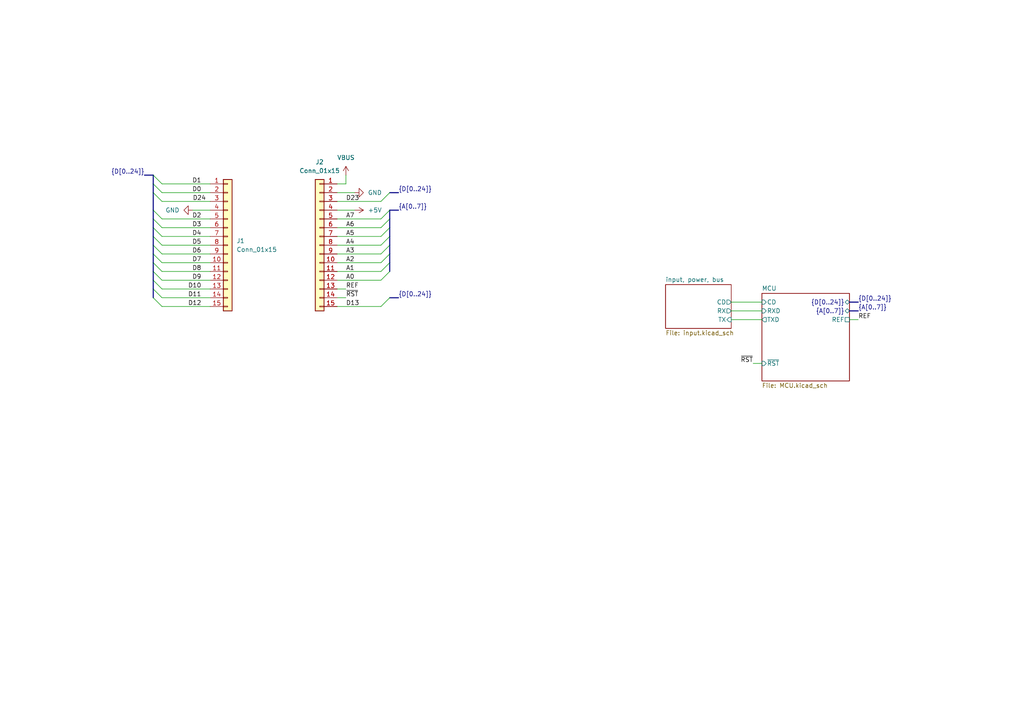
<source format=kicad_sch>
(kicad_sch (version 20230121) (generator eeschema)
  (paper "A4")
  (lib_symbols
    (symbol "Connector_Generic:Conn_01x15" (pin_names (offset 1.016) hide)
      (property "Reference" "J" (at 0 20.32 0))
      (property "Value" "Conn_01x15" (at 0 -20.32 0))
      (symbol "Conn_01x15_1_1"
        (rectangle (start -1.27 -17.653) (end 0 -17.907) (stroke (width 0.1524)))
        (rectangle (start -1.27 -15.113) (end 0 -15.367) (stroke (width 0.1524)))
        (rectangle (start -1.27 -12.573) (end 0 -12.827) (stroke (width 0.1524)))
        (rectangle (start -1.27 -10.033) (end 0 -10.287) (stroke (width 0.1524)))
        (rectangle (start -1.27 -7.493) (end 0 -7.747) (stroke (width 0.1524)))
        (rectangle (start -1.27 -4.953) (end 0 -5.207) (stroke (width 0.1524)))
        (rectangle (start -1.27 -2.413) (end 0 -2.667) (stroke (width 0.1524)))
        (rectangle (start -1.27 0.127) (end 0 -0.127) (stroke (width 0.1524)))
        (rectangle (start -1.27 2.667) (end 0 2.413) (stroke (width 0.1524)))
        (rectangle (start -1.27 5.207) (end 0 4.953) (stroke (width 0.1524)))
        (rectangle (start -1.27 7.747) (end 0 7.493) (stroke (width 0.1524)))
        (rectangle (start -1.27 10.287) (end 0 10.033) (stroke (width 0.1524)))
        (rectangle (start -1.27 12.827) (end 0 12.573) (stroke (width 0.1524)))
        (rectangle (start -1.27 15.367) (end 0 15.113) (stroke (width 0.1524)))
        (rectangle (start -1.27 17.907) (end 0 17.653) (stroke (width 0.1524)))
        (rectangle (start -1.27 19.05) (end 1.27 -19.05) (stroke (width 0.254)) (fill (type background)))
        (pin passive line (at -5.08 17.78 0) (length 3.81) (name "Pin_1") (number "1"))
        (pin passive line (at -5.08 -5.08 0) (length 3.81) (name "Pin_10") (number "10"))
        (pin passive line (at -5.08 -7.62 0) (length 3.81) (name "Pin_11") (number "11"))
        (pin passive line (at -5.08 -10.16 0) (length 3.81) (name "Pin_12") (number "12"))
        (pin passive line (at -5.08 -12.7 0) (length 3.81) (name "Pin_13") (number "13"))
        (pin passive line (at -5.08 -15.24 0) (length 3.81) (name "Pin_14") (number "14"))
        (pin passive line (at -5.08 -17.78 0) (length 3.81) (name "Pin_15") (number "15"))
        (pin passive line (at -5.08 15.24 0) (length 3.81) (name "Pin_2") (number "2"))
        (pin passive line (at -5.08 12.7 0) (length 3.81) (name "Pin_3") (number "3"))
        (pin passive line (at -5.08 10.16 0) (length 3.81) (name "Pin_4") (number "4"))
        (pin passive line (at -5.08 7.62 0) (length 3.81) (name "Pin_5") (number "5"))
        (pin passive line (at -5.08 5.08 0) (length 3.81) (name "Pin_6") (number "6"))
        (pin passive line (at -5.08 2.54 0) (length 3.81) (name "Pin_7") (number "7"))
        (pin passive line (at -5.08 0 0) (length 3.81) (name "Pin_8") (number "8"))
        (pin passive line (at -5.08 -2.54 0) (length 3.81) (name "Pin_9") (number "9"))
      )
    )
    (symbol "power:+5V" (power) (pin_names (offset 0))
      (property "Value" "+5V" (at 0 3.556 0))
      (symbol "+5V_0_1"
        (polyline (pts (xy -0.762 1.27) (xy 0 2.54)))
        (polyline (pts (xy 0 0) (xy 0 2.54)))
        (polyline (pts (xy 0 2.54) (xy 0.762 1.27)))
      )
      (symbol "+5V_1_1"
        (pin power_in line (at 0 0 90) (length 0) hide (name "+5V") (number "1"))
      )
    )
    (symbol "power:GND" (power) (pin_names (offset 0))
      (property "Value" "GND" (at 0 -3.81 0))
      (symbol "GND_0_1"
        (polyline (pts (xy 0 0) (xy 0 -1.27) (xy 1.27 -1.27) (xy 0 -2.54) (xy -1.27 -1.27) (xy 0 -1.27)))
      )
      (symbol "GND_1_1"
        (pin power_in line (at 0 0 270) (length 0) hide (name "GND") (number "1"))
      )
    )
    (symbol "power:VBUS" (power) (pin_names (offset 0))
      (property "Value" "VBUS" (at 0 3.81 0))
      (symbol "VBUS_0_1"
        (polyline (pts (xy -0.762 1.27) (xy 0 2.54)))
        (polyline (pts (xy 0 0) (xy 0 2.54)))
        (polyline (pts (xy 0 2.54) (xy 0.762 1.27)))
      )
      (symbol "VBUS_1_1"
        (pin power_in line (at 0 0 90) (length 0) hide (name "VBUS") (number "1"))
      )
    )
  )
  (bus_entry (at 44.45 60.96) (size 2.54 2.54))
  (bus_entry (at 110.49 81.28) (size 2.54 -2.54))
  (bus_entry (at 110.49 71.12) (size 2.54 -2.54))
  (bus_entry (at 110.49 88.9) (size 2.54 -2.54))
  (bus_entry (at 44.45 68.58) (size 2.54 2.54))
  (bus_entry (at 44.45 50.8) (size 2.54 2.54))
  (bus_entry (at 44.45 71.12) (size 2.54 2.54))
  (bus_entry (at 44.45 66.04) (size 2.54 2.54))
  (bus_entry (at 110.49 73.66) (size 2.54 -2.54))
  (bus_entry (at 44.45 81.28) (size 2.54 2.54))
  (bus_entry (at 110.49 68.58) (size 2.54 -2.54))
  (bus_entry (at 44.45 63.5) (size 2.54 2.54))
  (bus_entry (at 44.45 76.2) (size 2.54 2.54))
  (bus_entry (at 110.49 58.42) (size 2.54 -2.54))
  (bus_entry (at 110.49 63.5) (size 2.54 -2.54))
  (bus_entry (at 110.49 76.2) (size 2.54 -2.54))
  (bus_entry (at 44.45 86.36) (size 2.54 2.54))
  (bus_entry (at 44.45 73.66) (size 2.54 2.54))
  (bus_entry (at 44.45 53.34) (size 2.54 2.54))
  (bus_entry (at 110.49 78.74) (size 2.54 -2.54))
  (bus_entry (at 110.49 66.04) (size 2.54 -2.54))
  (bus_entry (at 44.45 55.88) (size 2.54 2.54))
  (bus_entry (at 44.45 78.74) (size 2.54 2.54))
  (bus_entry (at 44.45 83.82) (size 2.54 2.54))
  (wire (pts (xy 218.44 105.41) (xy 220.98 105.41)))
  (bus (pts (xy 44.45 68.58) (xy 44.45 71.12)))
  (bus (pts (xy 113.03 76.2) (xy 113.03 78.74)))
  (wire (pts (xy 100.33 50.8) (xy 100.33 53.34)))
  (bus (pts (xy 44.45 55.88) (xy 44.45 60.96)))
  (bus (pts (xy 44.45 83.82) (xy 44.45 86.36)))
  (wire (pts (xy 46.99 76.2) (xy 60.96 76.2)))
  (wire (pts (xy 46.99 88.9) (xy 60.96 88.9)))
  (bus (pts (xy 44.45 73.66) (xy 44.45 76.2)))
  (wire (pts (xy 46.99 55.88) (xy 60.96 55.88)))
  (wire (pts (xy 97.79 55.88) (xy 102.87 55.88)))
  (bus (pts (xy 113.03 63.5) (xy 113.03 66.04)))
  (bus (pts (xy 113.03 86.36) (xy 115.57 86.36)))
  (bus (pts (xy 113.03 55.88) (xy 115.57 55.88)))
  (wire (pts (xy 97.79 53.34) (xy 100.33 53.34)))
  (wire (pts (xy 97.79 63.5) (xy 110.49 63.5)))
  (wire (pts (xy 97.79 66.04) (xy 110.49 66.04)))
  (wire (pts (xy 46.99 73.66) (xy 60.96 73.66)))
  (wire (pts (xy 46.99 81.28) (xy 60.96 81.28)))
  (bus (pts (xy 44.45 78.74) (xy 44.45 81.28)))
  (wire (pts (xy 46.99 66.04) (xy 60.96 66.04)))
  (wire (pts (xy 46.99 68.58) (xy 60.96 68.58)))
  (bus (pts (xy 246.38 87.63) (xy 248.92 87.63)))
  (wire (pts (xy 246.38 92.71) (xy 248.92 92.71)))
  (wire (pts (xy 46.99 78.74) (xy 60.96 78.74)))
  (wire (pts (xy 97.79 88.9) (xy 110.49 88.9)))
  (bus (pts (xy 44.45 50.8) (xy 44.45 53.34)))
  (wire (pts (xy 97.79 73.66) (xy 110.49 73.66)))
  (wire (pts (xy 97.79 68.58) (xy 110.49 68.58)))
  (bus (pts (xy 113.03 73.66) (xy 113.03 76.2)))
  (bus (pts (xy 44.45 81.28) (xy 44.45 83.82)))
  (wire (pts (xy 46.99 86.36) (xy 60.96 86.36)))
  (wire (pts (xy 97.79 58.42) (xy 110.49 58.42)))
  (wire (pts (xy 46.99 71.12) (xy 60.96 71.12)))
  (wire (pts (xy 55.88 60.96) (xy 60.96 60.96)))
  (wire (pts (xy 97.79 60.96) (xy 102.87 60.96)))
  (bus (pts (xy 44.45 71.12) (xy 44.45 73.66)))
  (wire (pts (xy 97.79 76.2) (xy 110.49 76.2)))
  (wire (pts (xy 97.79 78.74) (xy 110.49 78.74)))
  (bus (pts (xy 113.03 66.04) (xy 113.03 68.58)))
  (bus (pts (xy 41.91 50.8) (xy 44.45 50.8)))
  (wire (pts (xy 97.79 81.28) (xy 110.49 81.28)))
  (wire (pts (xy 212.09 92.71) (xy 220.98 92.71)))
  (bus (pts (xy 44.45 66.04) (xy 44.45 68.58)))
  (wire (pts (xy 212.09 87.63) (xy 220.98 87.63)))
  (wire (pts (xy 46.99 58.42) (xy 60.96 58.42)))
  (bus (pts (xy 113.03 68.58) (xy 113.03 71.12)))
  (bus (pts (xy 113.03 71.12) (xy 113.03 73.66)))
  (bus (pts (xy 44.45 63.5) (xy 44.45 66.04)))
  (bus (pts (xy 44.45 60.96) (xy 44.45 63.5)))
  (wire (pts (xy 46.99 83.82) (xy 60.96 83.82)))
  (bus (pts (xy 113.03 60.96) (xy 115.57 60.96)))
  (wire (pts (xy 97.79 86.36) (xy 100.33 86.36)))
  (wire (pts (xy 46.99 63.5) (xy 60.96 63.5)))
  (wire (pts (xy 97.79 71.12) (xy 110.49 71.12)))
  (bus (pts (xy 246.38 90.17) (xy 248.92 90.17)))
  (wire (pts (xy 46.99 53.34) (xy 60.96 53.34)))
  (bus (pts (xy 113.03 60.96) (xy 113.03 63.5)))
  (wire (pts (xy 212.09 90.17) (xy 220.98 90.17)))
  (wire (pts (xy 97.79 83.82) (xy 100.33 83.82)))
  (bus (pts (xy 44.45 53.34) (xy 44.45 55.88)))
  (bus (pts (xy 44.45 76.2) (xy 44.45 78.74)))
  (label "D13" (at 100.33 88.9 0))
  (label "D3" (at 58.42 66.04 180))
  (label "D0" (at 58.42 55.88 180))
  (label "{A[0..7]}" (at 248.92 90.17 0))
  (label "{D[0..24]}" (at 41.91 50.8 180))
  (label "{D[0..24]}" (at 115.57 86.36 0))
  (label "{D[0..24]}" (at 115.57 55.88 0))
  (label "A7" (at 100.33 63.5 0))
  (label "D12" (at 58.42 88.9 180))
  (label "A0" (at 100.33 81.28 0))
  (label "D1" (at 58.42 53.34 180))
  (label "{A[0..7]}" (at 115.57 60.96 0))
  (label "A5" (at 100.33 68.58 0))
  (label "{D[0..24]}" (at 248.92 87.63 0))
  (label "A3" (at 100.33 73.66 0))
  (label "~{RST}" (at 218.44 105.41 180))
  (label "D2" (at 58.42 63.5 180))
  (label "D11" (at 58.42 86.36 180))
  (label "D9" (at 58.42 81.28 180))
  (label "REF" (at 100.33 83.82 0))
  (label "D8" (at 58.42 78.74 180))
  (label "A2" (at 100.33 76.2 0))
  (label "D23" (at 100.33 58.42 0))
  (label "~{RST}" (at 100.33 86.36 0))
  (label "D5" (at 58.42 71.12 180))
  (label "D24" (at 55.88 58.42 0))
  (label "D4" (at 58.42 68.58 180))
  (label "D10" (at 58.42 83.82 180))
  (label "D6" (at 58.42 73.66 180))
  (label "A4" (at 100.33 71.12 0))
  (label "A6" (at 100.33 66.04 0))
  (label "A1" (at 100.33 78.74 0))
  (label "D7" (at 58.42 76.2 180))
  (label "REF" (at 248.92 92.71 0))
  (symbol (lib_id "power:+5V") (at 102.87 60.96 270) (unit 1)
    (property "Reference" "#PWR010" (effects hide))
    (property "Value" "+5V" (at 106.68 60.96 90) (effects (justify left)))
  )
  (symbol (lib_id "power:GND") (at 102.87 55.88 90) (unit 1)
    (property "Reference" "#PWR07" (effects hide))
    (property "Value" "GND" (at 106.68 55.88 90) (effects (justify right)))
  )
  (symbol (lib_id "Connector_Generic:Conn_01x15") (at 66.04 71.12 0) (unit 1)
    (property "Reference" "J1" (at 68.58 69.85 0) (effects (justify left)))
    (property "Value" "Conn_01x15" (at 68.58 72.39 0) (effects (justify left)))
    (property "Footprint" "Connector_PinHeader_2.54mm:PinHeader_1x15_P2.54mm_Vertical" (effects hide))
  )
  (symbol (lib_id "power:VBUS") (at 100.33 50.8 0) (unit 1)
    (property "Reference" "#PWR06" (effects hide))
    (property "Value" "VBUS" (at 100.33 45.72 0))
  )
  (symbol (lib_id "Connector_Generic:Conn_01x15") (at 92.71 71.12 0) (mirror y) (unit 1)
    (property "Reference" "J2" (at 92.71 46.99 0))
    (property "Value" "Conn_01x15" (at 92.71 49.53 0))
    (property "Footprint" "Connector_PinHeader_2.54mm:PinHeader_1x15_P2.54mm_Vertical" (effects hide))
  )
  (symbol (lib_id "power:GND") (at 55.88 60.96 270) (unit 1)
    (property "Reference" "#PWR011" (effects hide))
    (property "Value" "GND" (at 52.07 60.96 90) (effects (justify right)))
  )
  (sheet (at 220.98 85.09) (size 25.4 25.4) (stroke (width 0.1524))
    (property "Sheetname" "MCU" (at 220.98 84.3784 0) (effects (justify left bottom)))
    (property "Sheetfile" "MCU.kicad_sch" (at 220.98 111.0746 0) (effects (justify left top)))
    (pin "CD" input (at 220.98 87.63 180))
    (pin "TXD" output (at 220.98 92.71 180))
    (pin "RXD" input (at 220.98 90.17 180))
    (pin "{D[0..24]}" bidirectional (at 246.38 87.63 0))
    (pin "{A[0..7]}" bidirectional (at 246.38 90.17 0))
    (pin "REF" passive (at 246.38 92.71 0))
    (pin "~{RST}" input (at 220.98 105.41 180))
  )
  (sheet (at 193.04 82.55) (size 19.05 12.7) (stroke (width 0.1524))
    (property "Sheetname" "input, power, bus" (at 193.04 81.8384 0) (effects (justify left bottom)))
    (property "Sheetfile" "input.kicad_sch" (at 193.04 95.8346 0) (effects (justify left top)))
    (pin "CD" output (at 212.09 87.63 0))
    (pin "TX" input (at 212.09 92.71 0))
    (pin "RX" output (at 212.09 90.17 0))
  )
)
</source>
